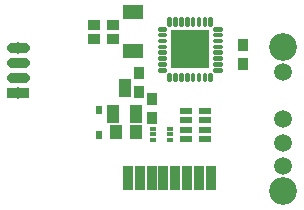
<source format=gbs>
G04 EAGLE Gerber RS-274X export*
G75*
%MOMM*%
%FSLAX34Y34*%
%LPD*%
%INSoldermask Bottom*%
%IPPOS*%
%AMOC8*
5,1,8,0,0,1.08239X$1,22.5*%
G01*
%ADD10R,1.101600X0.901600*%
%ADD11R,0.901600X1.101600*%
%ADD12C,0.253006*%
%ADD13R,3.301600X3.301600*%
%ADD14R,1.000000X0.600000*%
%ADD15R,1.701600X1.201600*%
%ADD16R,0.601600X0.401600*%
%ADD17R,1.881600X0.821600*%
%ADD18C,0.821600*%
%ADD19C,1.509600*%
%ADD20C,2.351600*%
%ADD21R,1.101600X1.201600*%
%ADD22R,1.101600X1.501600*%
%ADD23R,0.901600X2.101600*%
%ADD24R,0.551600X0.691600*%
%ADD25C,1.008000*%


D10*
X453000Y153000D03*
X469000Y153000D03*
D11*
X491000Y124000D03*
X491000Y108000D03*
X579000Y132000D03*
X579000Y148000D03*
X502000Y102000D03*
X502000Y86000D03*
D10*
X469000Y165000D03*
X453000Y165000D03*
D12*
X507757Y125757D02*
X513243Y125757D01*
X507757Y125757D02*
X507757Y127243D01*
X513243Y127243D01*
X513243Y125757D01*
X513243Y130757D02*
X507757Y130757D01*
X507757Y132243D01*
X513243Y132243D01*
X513243Y130757D01*
X513243Y135757D02*
X507757Y135757D01*
X507757Y137243D01*
X513243Y137243D01*
X513243Y135757D01*
X513243Y140757D02*
X507757Y140757D01*
X507757Y142243D01*
X513243Y142243D01*
X513243Y140757D01*
X513243Y145757D02*
X507757Y145757D01*
X507757Y147243D01*
X513243Y147243D01*
X513243Y145757D01*
X513243Y150757D02*
X507757Y150757D01*
X507757Y152243D01*
X513243Y152243D01*
X513243Y150757D01*
X513243Y155757D02*
X507757Y155757D01*
X507757Y157243D01*
X513243Y157243D01*
X513243Y155757D01*
X513243Y160757D02*
X507757Y160757D01*
X507757Y162243D01*
X513243Y162243D01*
X513243Y160757D01*
X515757Y164757D02*
X517243Y164757D01*
X515757Y164757D02*
X515757Y170243D01*
X517243Y170243D01*
X517243Y164757D01*
X517243Y167160D02*
X515757Y167160D01*
X515757Y169563D02*
X517243Y169563D01*
X520757Y164757D02*
X522243Y164757D01*
X520757Y164757D02*
X520757Y170243D01*
X522243Y170243D01*
X522243Y164757D01*
X522243Y167160D02*
X520757Y167160D01*
X520757Y169563D02*
X522243Y169563D01*
X525757Y164757D02*
X527243Y164757D01*
X525757Y164757D02*
X525757Y170243D01*
X527243Y170243D01*
X527243Y164757D01*
X527243Y167160D02*
X525757Y167160D01*
X525757Y169563D02*
X527243Y169563D01*
X530757Y164757D02*
X532243Y164757D01*
X530757Y164757D02*
X530757Y170243D01*
X532243Y170243D01*
X532243Y164757D01*
X532243Y167160D02*
X530757Y167160D01*
X530757Y169563D02*
X532243Y169563D01*
X535757Y164757D02*
X537243Y164757D01*
X535757Y164757D02*
X535757Y170243D01*
X537243Y170243D01*
X537243Y164757D01*
X537243Y167160D02*
X535757Y167160D01*
X535757Y169563D02*
X537243Y169563D01*
X540757Y164757D02*
X542243Y164757D01*
X540757Y164757D02*
X540757Y170243D01*
X542243Y170243D01*
X542243Y164757D01*
X542243Y167160D02*
X540757Y167160D01*
X540757Y169563D02*
X542243Y169563D01*
X545757Y164757D02*
X547243Y164757D01*
X545757Y164757D02*
X545757Y170243D01*
X547243Y170243D01*
X547243Y164757D01*
X547243Y167160D02*
X545757Y167160D01*
X545757Y169563D02*
X547243Y169563D01*
X550757Y164757D02*
X552243Y164757D01*
X550757Y164757D02*
X550757Y170243D01*
X552243Y170243D01*
X552243Y164757D01*
X552243Y167160D02*
X550757Y167160D01*
X550757Y169563D02*
X552243Y169563D01*
X554757Y160757D02*
X560243Y160757D01*
X554757Y160757D02*
X554757Y162243D01*
X560243Y162243D01*
X560243Y160757D01*
X560243Y155757D02*
X554757Y155757D01*
X554757Y157243D01*
X560243Y157243D01*
X560243Y155757D01*
X560243Y150757D02*
X554757Y150757D01*
X554757Y152243D01*
X560243Y152243D01*
X560243Y150757D01*
X560243Y145757D02*
X554757Y145757D01*
X554757Y147243D01*
X560243Y147243D01*
X560243Y145757D01*
X560243Y140757D02*
X554757Y140757D01*
X554757Y142243D01*
X560243Y142243D01*
X560243Y140757D01*
X560243Y135757D02*
X554757Y135757D01*
X554757Y137243D01*
X560243Y137243D01*
X560243Y135757D01*
X560243Y130757D02*
X554757Y130757D01*
X554757Y132243D01*
X560243Y132243D01*
X560243Y130757D01*
X560243Y125757D02*
X554757Y125757D01*
X554757Y127243D01*
X560243Y127243D01*
X560243Y125757D01*
X552243Y117757D02*
X550757Y117757D01*
X550757Y123243D01*
X552243Y123243D01*
X552243Y117757D01*
X552243Y120160D02*
X550757Y120160D01*
X550757Y122563D02*
X552243Y122563D01*
X547243Y117757D02*
X545757Y117757D01*
X545757Y123243D01*
X547243Y123243D01*
X547243Y117757D01*
X547243Y120160D02*
X545757Y120160D01*
X545757Y122563D02*
X547243Y122563D01*
X542243Y117757D02*
X540757Y117757D01*
X540757Y123243D01*
X542243Y123243D01*
X542243Y117757D01*
X542243Y120160D02*
X540757Y120160D01*
X540757Y122563D02*
X542243Y122563D01*
X537243Y117757D02*
X535757Y117757D01*
X535757Y123243D01*
X537243Y123243D01*
X537243Y117757D01*
X537243Y120160D02*
X535757Y120160D01*
X535757Y122563D02*
X537243Y122563D01*
X532243Y117757D02*
X530757Y117757D01*
X530757Y123243D01*
X532243Y123243D01*
X532243Y117757D01*
X532243Y120160D02*
X530757Y120160D01*
X530757Y122563D02*
X532243Y122563D01*
X527243Y117757D02*
X525757Y117757D01*
X525757Y123243D01*
X527243Y123243D01*
X527243Y117757D01*
X527243Y120160D02*
X525757Y120160D01*
X525757Y122563D02*
X527243Y122563D01*
X522243Y117757D02*
X520757Y117757D01*
X520757Y123243D01*
X522243Y123243D01*
X522243Y117757D01*
X522243Y120160D02*
X520757Y120160D01*
X520757Y122563D02*
X522243Y122563D01*
X517243Y117757D02*
X515757Y117757D01*
X515757Y123243D01*
X517243Y123243D01*
X517243Y117757D01*
X517243Y120160D02*
X515757Y120160D01*
X515757Y122563D02*
X517243Y122563D01*
D13*
X534000Y144000D03*
D14*
X531000Y68000D03*
X531000Y76000D03*
X531000Y84000D03*
X531000Y92000D03*
X547000Y92000D03*
X547000Y84000D03*
X547000Y76000D03*
X547000Y68000D03*
D15*
X486000Y175500D03*
X486000Y142500D03*
D16*
X517000Y77000D03*
X517000Y72000D03*
X517000Y67000D03*
X503000Y67000D03*
X503000Y72000D03*
X503000Y77000D03*
D17*
X389000Y107000D03*
D18*
X383700Y119700D02*
X394300Y119700D01*
X394300Y132400D02*
X383700Y132400D01*
X383700Y145100D02*
X394300Y145100D01*
D19*
X613000Y125000D03*
X613000Y85000D03*
X613000Y65000D03*
X613000Y45000D03*
D20*
X613000Y146000D03*
X613000Y24000D03*
D21*
X471500Y74000D03*
X488500Y74000D03*
D22*
X479000Y111000D03*
X469500Y89000D03*
X488500Y89000D03*
D23*
X521750Y35000D03*
X511750Y35000D03*
X501750Y35000D03*
X491750Y35000D03*
X531750Y35000D03*
X541750Y35000D03*
X481750Y35000D03*
X551750Y35000D03*
D24*
X457000Y71450D03*
X457000Y92550D03*
D25*
X389000Y145000D03*
X389000Y107000D03*
M02*

</source>
